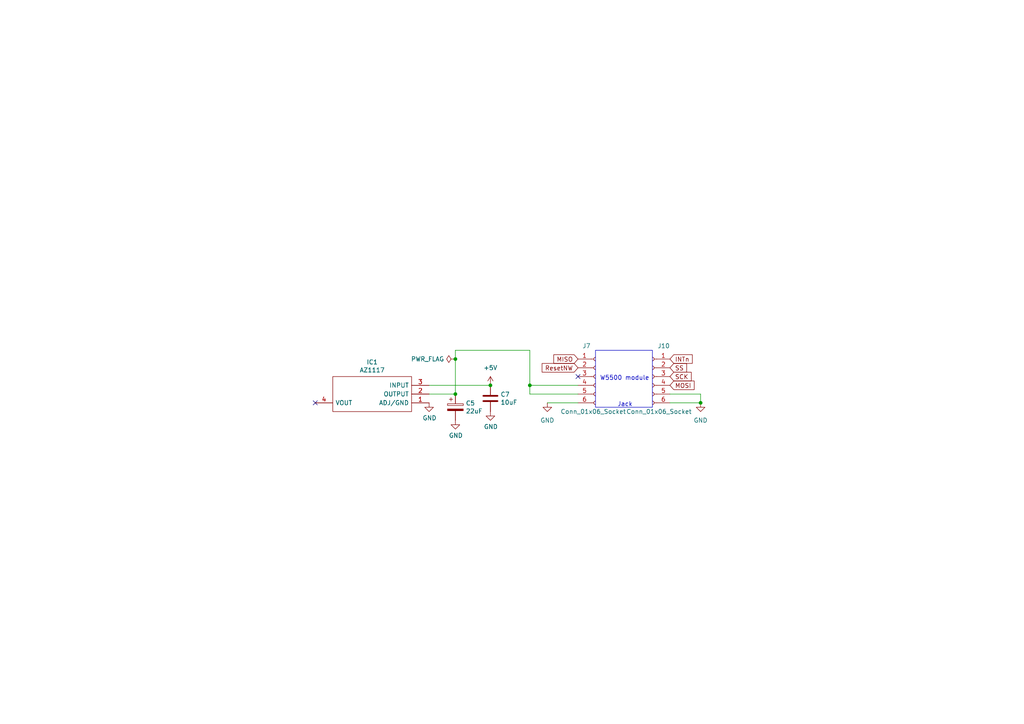
<source format=kicad_sch>
(kicad_sch (version 20230121) (generator eeschema)
  (paper "A4")
  (title_block (title "Ethernet") (date "2024-01-06"))
  (lib_symbols
    (symbol "Connector:Conn_01x06_Socket" (pin_names (offset 1.016) hide)
      (property "Reference" "J" (at 0 7.62 0))
      (property "Value" "Conn_01x06_Socket" (at 0 -10.16 0))
      (symbol "Conn_01x06_Socket_1_1"
        (arc (start 0 -7.112) (mid -0.5058 -7.62) (end 0 -8.128) (stroke (width 0.1524)))
        (arc (start 0 -4.572) (mid -0.5058 -5.08) (end 0 -5.588) (stroke (width 0.1524)))
        (arc (start 0 -2.032) (mid -0.5058 -2.54) (end 0 -3.048) (stroke (width 0.1524)))
        (polyline (pts (xy -1.27 -7.62) (xy -0.508 -7.62)) (stroke (width 0.1524)))
        (polyline (pts (xy -1.27 -5.08) (xy -0.508 -5.08)) (stroke (width 0.1524)))
        (polyline (pts (xy -1.27 -2.54) (xy -0.508 -2.54)) (stroke (width 0.1524)))
        (polyline (pts (xy -1.27 0) (xy -0.508 0)) (stroke (width 0.1524)))
        (polyline (pts (xy -1.27 2.54) (xy -0.508 2.54)) (stroke (width 0.1524)))
        (polyline (pts (xy -1.27 5.08) (xy -0.508 5.08)) (stroke (width 0.1524)))
        (arc (start 0 0.508) (mid -0.5058 0) (end 0 -0.508) (stroke (width 0.1524)))
        (arc (start 0 3.048) (mid -0.5058 2.54) (end 0 2.032) (stroke (width 0.1524)))
        (arc (start 0 5.588) (mid -0.5058 5.08) (end 0 4.572) (stroke (width 0.1524)))
        (pin passive line (at -5.08 5.08 0) (length 3.81) (name "Pin_1") (number "1"))
        (pin passive line (at -5.08 2.54 0) (length 3.81) (name "Pin_2") (number "2"))
        (pin passive line (at -5.08 0 0) (length 3.81) (name "Pin_3") (number "3"))
        (pin passive line (at -5.08 -2.54 0) (length 3.81) (name "Pin_4") (number "4"))
        (pin passive line (at -5.08 -5.08 0) (length 3.81) (name "Pin_5") (number "5"))
        (pin passive line (at -5.08 -7.62 0) (length 3.81) (name "Pin_6") (number "6"))
      )
    )
    (symbol "Device:C" (pin_numbers hide) (pin_names (offset 0.254))
      (property "Reference" "C" (at 0.635 2.54 0))
      (property "Value" "C" (at 0.635 -2.54 0))
      (symbol "C_0_1"
        (polyline (pts (xy -2.032 -0.762) (xy 2.032 -0.762)) (stroke (width 0.508)))
        (polyline (pts (xy -2.032 0.762) (xy 2.032 0.762)) (stroke (width 0.508)))
      )
      (symbol "C_1_1"
        (pin passive line (at 0 3.81 270) (length 2.794) (name "~") (number "1"))
        (pin passive line (at 0 -3.81 90) (length 2.794) (name "~") (number "2"))
      )
    )
    (symbol "Device:C_Polarized" (pin_numbers hide) (pin_names (offset 0.254))
      (property "Reference" "C" (at 0.635 2.54 0))
      (property "Value" "C_Polarized" (at 0.635 -2.54 0))
      (symbol "C_Polarized_0_1"
        (rectangle (start -2.286 0.508) (end 2.286 1.016))
        (polyline (pts (xy -1.778 2.286) (xy -0.762 2.286)))
        (polyline (pts (xy -1.27 2.794) (xy -1.27 1.778)))
        (rectangle (start 2.286 -0.508) (end -2.286 -1.016) (fill (type outline)))
      )
      (symbol "C_Polarized_1_1"
        (pin passive line (at 0 3.81 270) (length 2.794) (name "~") (number "1"))
        (pin passive line (at 0 -3.81 90) (length 2.794) (name "~") (number "2"))
      )
    )
    (symbol "MyLib:AZ1117CH-3.3TRG1" (pin_names (offset 0.762))
      (property "Reference" "IC" (at 29.21 7.62 0))
      (property "Value" "AZ1117CH-3.3TRG1" (at 29.21 5.08 0))
      (symbol "AZ1117CH-3.3TRG1_0_0"
        (pin passive line (at 0 0 0) (length 5.08) (name "ADJ/GND") (number "1"))
        (pin passive line (at 0 -2.54 0) (length 5.08) (name "OUTPUT") (number "2"))
        (pin passive line (at 0 -5.08 0) (length 5.08) (name "INPUT") (number "3"))
        (pin passive line (at 33.02 0 180) (length 5.08) (name "VOUT") (number "4"))
      )
      (symbol "AZ1117CH-3.3TRG1_0_1"
        (polyline (pts (xy 5.08 2.54) (xy 27.94 2.54) (xy 27.94 -7.62) (xy 5.08 -7.62) (xy 5.08 2.54)) (stroke (width 0.1524)))
      )
    )
    (symbol "power:+5V" (power) (pin_names (offset 0))
      (property "Value" "+5V" (at 0 3.556 0))
      (symbol "+5V_0_1"
        (polyline (pts (xy -0.762 1.27) (xy 0 2.54)))
        (polyline (pts (xy 0 0) (xy 0 2.54)))
        (polyline (pts (xy 0 2.54) (xy 0.762 1.27)))
      )
      (symbol "+5V_1_1"
        (pin power_in line (at 0 0 90) (length 0) hide (name "+5V") (number "1"))
      )
    )
    (symbol "power:GND" (power) (pin_names (offset 0))
      (property "Value" "GND" (at 0 -3.81 0))
      (symbol "GND_0_1"
        (polyline (pts (xy 0 0) (xy 0 -1.27) (xy 1.27 -1.27) (xy 0 -2.54) (xy -1.27 -1.27) (xy 0 -1.27)))
      )
      (symbol "GND_1_1"
        (pin power_in line (at 0 0 270) (length 0) hide (name "GND") (number "1"))
      )
    )
    (symbol "power:PWR_FLAG" (power) (pin_numbers hide) (pin_names (offset 0) hide)
      (property "Value" "PWR_FLAG" (at 0 3.81 0))
      (symbol "PWR_FLAG_0_0"
        (pin power_out line (at 0 0 90) (length 0) (name "pwr") (number "1"))
      )
      (symbol "PWR_FLAG_0_1"
        (polyline (pts (xy 0 0) (xy 0 1.27) (xy -1.016 1.905) (xy 0 2.54) (xy 1.016 1.905) (xy 0 1.27)))
      )
    )
  )
  (junction (at 153.67 111.76))
  (junction (at 132.08 104.14))
  (junction (at 142.24 111.76))
  (junction (at 132.08 114.3))
  (junction (at 203.2 116.84))
  (no_connect (at 167.64 109.22))
  (no_connect (at 91.44 116.84))
  (wire (pts (xy 153.67 111.76) (xy 153.67 114.3)))
  (wire (pts (xy 132.08 104.14) (xy 132.08 114.3)))
  (wire (pts (xy 158.75 116.84) (xy 167.64 116.84)))
  (wire (pts (xy 194.31 114.3) (xy 203.2 114.3)))
  (wire (pts (xy 167.64 111.76) (xy 153.67 111.76)))
  (wire (pts (xy 124.46 114.3) (xy 132.08 114.3)))
  (wire (pts (xy 194.31 116.84) (xy 203.2 116.84)))
  (wire (pts (xy 132.08 101.6) (xy 153.67 101.6)))
  (wire (pts (xy 203.2 114.3) (xy 203.2 116.84)))
  (wire (pts (xy 132.08 101.6) (xy 132.08 104.14)))
  (wire (pts (xy 124.46 111.76) (xy 142.24 111.76)))
  (wire (pts (xy 167.64 114.3) (xy 153.67 114.3)))
  (wire (pts (xy 153.67 101.6) (xy 153.67 111.76)))
  (rectangle (start 172.72 101.6) (end 189.23 118.11))
  (text "Jack" (at 179.07 118.11 0) (effects (font (size 1.27 1.27)) (justify left bottom)))
  (text "W5500 module" (at 173.99 110.49 0) (effects (font (size 1.27 1.27)) (justify left bottom)))
  (global_label "SS" (shape input) (at 194.31 106.68 0) (property "Intersheetrefs" "${INTERSHEET_REFS}" (effects hide)))
  (global_label "MOSI" (shape input) (at 194.31 111.76 0) (property "Intersheetrefs" "${INTERSHEET_REFS}" (effects hide)))
  (global_label "INTn" (shape input) (at 194.31 104.14 0) (property "Intersheetrefs" "${INTERSHEET_REFS}" (effects hide)))
  (global_label "SCK" (shape input) (at 194.31 109.22 0) (property "Intersheetrefs" "${INTERSHEET_REFS}" (effects hide)))
  (global_label "ResetNW" (shape input) (at 167.64 106.68 180) (property "Intersheetrefs" "${INTERSHEET_REFS}" (effects hide)))
  (global_label "MISO" (shape input) (at 167.64 104.14 180) (property "Intersheetrefs" "${INTERSHEET_REFS}" (effects hide)))
  (symbol (lib_id "power:+5V") (at 142.24 111.76 0) (unit 1)
    (property "Reference" "#PWR030" (effects hide))
    (property "Value" "+5V" (at 142.24 106.68 0))
  )
  (symbol (lib_id "power:GND") (at 124.46 116.84 0) (unit 1)
    (property "Reference" "#PWR023" (effects hide))
    (property "Value" "GND" (at 124.587 121.2342 0))
    (instances (project "RC15" (path "" (reference "#PWR023") (unit 1)) (path "" (reference "#PWR048") (unit 1))))
  )
  (symbol (lib_id "Connector:Conn_01x06_Socket") (at 172.72 109.22 0) (unit 1)
    (property "Reference" "J7" (at 168.91 100.33 0) (effects (justify left)))
    (property "Value" "Conn_01x06_Socket" (at 162.56 119.38 0) (effects (justify left)))
    (property "Footprint" "Connector_PinSocket_2.54mm:PinSocket_1x06_P2.54mm_Vertical" (effects hide))
  )
  (symbol (lib_id "Device:C_Polarized") (at 132.08 118.11 0) (unit 1)
    (property "Reference" "C5" (at 135.0772 116.9416 0) (effects (justify left)))
    (property "Value" "22uF" (at 135.0772 119.253 0) (effects (justify left)))
    (property "Footprint" "Capacitor_SMD:C_0603_1608Metric" (effects hide))
    (instances (project "RC15" (path "" (reference "C5") (unit 1)) (path "" (reference "C13") (unit 1))))
  )
  (symbol (lib_id "power:GND") (at 142.24 119.38 0) (unit 1)
    (property "Reference" "#PWR029" (effects hide))
    (property "Value" "GND" (at 142.367 123.7742 0))
    (instances (project "RC15" (path "" (reference "#PWR029") (unit 1)) (path "" (reference "#PWR051") (unit 1))))
  )
  (symbol (lib_id "power:GND") (at 158.75 116.84 0) (unit 1)
    (property "Reference" "#PWR0127" (effects hide))
    (property "Value" "GND" (at 158.75 121.92 0))
    (instances (project "RC15" (path "" (reference "#PWR0127") (unit 1)) (path "" (reference "#PWR031") (unit 1))))
  )
  (symbol (lib_id "Connector:Conn_01x06_Socket") (at 189.23 109.22 0) (mirror y) (unit 1)
    (property "Reference" "J10" (at 194.31 100.33 0) (effects (justify left)))
    (property "Value" "Conn_01x06_Socket" (at 200.66 119.38 0) (effects (justify left)))
    (property "Footprint" "Connector_PinSocket_2.54mm:PinSocket_1x06_P2.54mm_Vertical" (effects hide))
  )
  (symbol (lib_id "Device:C") (at 142.24 115.57 0) (unit 1)
    (property "Reference" "C7" (at 145.161 114.4016 0) (effects (justify left)))
    (property "Value" "10uF" (at 145.161 116.713 0) (effects (justify left)))
    (property "Footprint" "Capacitor_SMD:C_0805_2012Metric" (effects hide))
    (instances (project "RC15" (path "" (reference "C7") (unit 1)) (path "" (reference "C14") (unit 1))))
  )
  (symbol (lib_id "power:GND") (at 132.08 121.92 0) (unit 1)
    (property "Reference" "#PWR026" (effects hide))
    (property "Value" "GND" (at 132.207 126.3142 0))
    (instances (project "RC15" (path "" (reference "#PWR026") (unit 1)) (path "" (reference "#PWR050") (unit 1))))
  )
  (symbol (lib_id "power:PWR_FLAG") (at 132.08 104.14 90) (unit 1)
    (property "Reference" "#FLG03" (effects hide))
    (property "Value" "PWR_FLAG" (at 128.8288 104.14 90) (effects (justify left)))
    (instances (project "RC15" (path "" (reference "#FLG03") (unit 1)) (path "" (reference "#FLG05") (unit 1))))
  )
  (symbol (lib_id "power:GND") (at 203.2 116.84 0) (unit 1)
    (property "Reference" "#PWR030" (effects hide))
    (property "Value" "GND" (at 203.2 121.92 0))
    (instances (project "RC15" (path "" (reference "#PWR030") (unit 1)) (path "" (reference "#PWR047") (unit 1))))
  )
  (symbol (lib_id "MyLib:AZ1117CH-3.3TRG1") (at 124.46 116.84 180) (unit 1)
    (property "Reference" "IC1" (at 107.95 105.029 0))
    (property "Value" "AZ1117" (at 107.95 107.3404 0))
    (property "Footprint" "Package_TO_SOT_SMD:SOT-223" (effects hide))
    (property "Datasheet" "https://datasheet.datasheetarchive.com/originals/distributors/Datasheets-DGA25/1776204.pdf" (effects hide))
    (property "Description" "1.35A 3.3V LDO Reg. Current Limit SOT223 DiodesZetex AZ1117CH-3.3TRG1, LDO Voltage Regulator, 0.8A, 3.3 V +/-1%, maximum of 15 Vin, 3-Pin SOT-223" (effects hide))
    (property "Height" "1.8" (effects hide))
    (property "Mouser Part Number" "621-AZ1117CH-3.3TRG1" (effects hide))
    (property "Mouser Price/Stock" "https://www.mouser.co.uk/ProductDetail/Diodes-Incorporated/AZ1117CH-33TRG1?qs=FKu9oBikfSm7ntaG6olPSQ%3D%3D" (effects hide))
    (property "Manufacturer_Name" "Diodes Inc." (effects hide))
    (property "Manufacturer_Part_Number" "AZ1117CH-3.3TRG1" (effects hide))
    (instances (project "RC15" (path "" (reference "IC1") (unit 1)) (path "" (reference "IC4") (unit 1))))
  )
)
</source>
